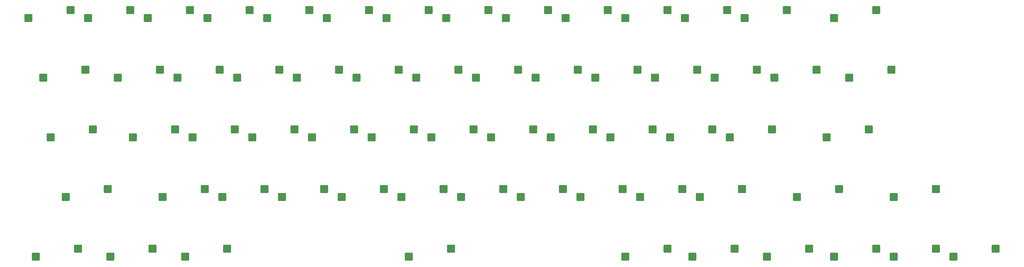
<source format=gbr>
%TF.GenerationSoftware,KiCad,Pcbnew,7.0.8*%
%TF.CreationDate,2024-02-03T23:59:39+07:00*%
%TF.ProjectId,pcb,7063622e-6b69-4636-9164-5f7063625858,rev?*%
%TF.SameCoordinates,Original*%
%TF.FileFunction,Paste,Bot*%
%TF.FilePolarity,Positive*%
%FSLAX46Y46*%
G04 Gerber Fmt 4.6, Leading zero omitted, Abs format (unit mm)*
G04 Created by KiCad (PCBNEW 7.0.8) date 2024-02-03 23:59:39*
%MOMM*%
%LPD*%
G01*
G04 APERTURE LIST*
G04 Aperture macros list*
%AMRoundRect*
0 Rectangle with rounded corners*
0 $1 Rounding radius*
0 $2 $3 $4 $5 $6 $7 $8 $9 X,Y pos of 4 corners*
0 Add a 4 corners polygon primitive as box body*
4,1,4,$2,$3,$4,$5,$6,$7,$8,$9,$2,$3,0*
0 Add four circle primitives for the rounded corners*
1,1,$1+$1,$2,$3*
1,1,$1+$1,$4,$5*
1,1,$1+$1,$6,$7*
1,1,$1+$1,$8,$9*
0 Add four rect primitives between the rounded corners*
20,1,$1+$1,$2,$3,$4,$5,0*
20,1,$1+$1,$4,$5,$6,$7,0*
20,1,$1+$1,$6,$7,$8,$9,0*
20,1,$1+$1,$8,$9,$2,$3,0*%
G04 Aperture macros list end*
%ADD10RoundRect,0.250000X-1.025000X-1.000000X1.025000X-1.000000X1.025000X1.000000X-1.025000X1.000000X0*%
G04 APERTURE END LIST*
D10*
%TO.C,MX39*%
X278350000Y-148330000D03*
X264900000Y-150870000D03*
%TD*%
%TO.C,MX56*%
X99756250Y-186430000D03*
X86306250Y-188970000D03*
%TD*%
%TO.C,MX46*%
X173575000Y-167380000D03*
X160125000Y-169920000D03*
%TD*%
%TO.C,MX24*%
X254537500Y-129280000D03*
X241087500Y-131820000D03*
%TD*%
%TO.C,MX17*%
X121187500Y-129280000D03*
X107737500Y-131820000D03*
%TD*%
%TO.C,MX11*%
X264062500Y-110230000D03*
X250612500Y-112770000D03*
%TD*%
%TO.C,MX12*%
X283112500Y-110230000D03*
X269662500Y-112770000D03*
%TD*%
%TO.C,MX64*%
X368837500Y-186430000D03*
X355387500Y-188970000D03*
%TD*%
%TO.C,MX15*%
X78325000Y-129280000D03*
X64875000Y-131820000D03*
%TD*%
%TO.C,MX45*%
X154525000Y-167380000D03*
X141075000Y-169920000D03*
%TD*%
%TO.C,MX26*%
X292637500Y-129280000D03*
X279187500Y-131820000D03*
%TD*%
%TO.C,MX14*%
X330737500Y-110230000D03*
X317287500Y-112770000D03*
%TD*%
%TO.C,MX29*%
X80706250Y-148330000D03*
X67256250Y-150870000D03*
%TD*%
%TO.C,MX34*%
X183100000Y-148330000D03*
X169650000Y-150870000D03*
%TD*%
%TO.C,MX49*%
X230725000Y-167380000D03*
X217275000Y-169920000D03*
%TD*%
%TO.C,MX28*%
X335500000Y-129280000D03*
X322050000Y-131820000D03*
%TD*%
%TO.C,MX23*%
X235487500Y-129280000D03*
X222037500Y-131820000D03*
%TD*%
%TO.C,MX37*%
X240250000Y-148330000D03*
X226800000Y-150870000D03*
%TD*%
%TO.C,MX16*%
X102137500Y-129280000D03*
X88687500Y-131820000D03*
%TD*%
%TO.C,MX42*%
X85468750Y-167380000D03*
X72018750Y-169920000D03*
%TD*%
%TO.C,MX5*%
X149762500Y-110230000D03*
X136312500Y-112770000D03*
%TD*%
%TO.C,MX60*%
X285493750Y-186430000D03*
X272043750Y-188970000D03*
%TD*%
%TO.C,MX13*%
X302162500Y-110230000D03*
X288712500Y-112770000D03*
%TD*%
%TO.C,MX21*%
X197387500Y-129280000D03*
X183937500Y-131820000D03*
%TD*%
%TO.C,MX22*%
X216437500Y-129280000D03*
X202987500Y-131820000D03*
%TD*%
%TO.C,MX38*%
X259300000Y-148330000D03*
X245850000Y-150870000D03*
%TD*%
%TO.C,MX63*%
X349787500Y-186430000D03*
X336337500Y-188970000D03*
%TD*%
%TO.C,MX27*%
X311687500Y-129280000D03*
X298237500Y-131820000D03*
%TD*%
%TO.C,MX57*%
X123568750Y-186430000D03*
X110118750Y-188970000D03*
%TD*%
%TO.C,MX3*%
X111662500Y-110230000D03*
X98212500Y-112770000D03*
%TD*%
%TO.C,MX18*%
X140237500Y-129280000D03*
X126787500Y-131820000D03*
%TD*%
%TO.C,MX6*%
X168812500Y-110230000D03*
X155362500Y-112770000D03*
%TD*%
%TO.C,MX44*%
X135475000Y-167380000D03*
X122025000Y-169920000D03*
%TD*%
%TO.C,MX10*%
X245012500Y-110230000D03*
X231562500Y-112770000D03*
%TD*%
%TO.C,MX40*%
X297400000Y-148330000D03*
X283950000Y-150870000D03*
%TD*%
%TO.C,MX41*%
X328356250Y-148330000D03*
X314906250Y-150870000D03*
%TD*%
%TO.C,MX54*%
X349787500Y-167380000D03*
X336337500Y-169920000D03*
%TD*%
%TO.C,MX2*%
X92612500Y-110230000D03*
X79162500Y-112770000D03*
%TD*%
%TO.C,MX7*%
X187862500Y-110230000D03*
X174412500Y-112770000D03*
%TD*%
%TO.C,MX9*%
X225962500Y-110230000D03*
X212512500Y-112770000D03*
%TD*%
%TO.C,MX35*%
X202150000Y-148330000D03*
X188700000Y-150870000D03*
%TD*%
%TO.C,MX31*%
X125950000Y-148330000D03*
X112500000Y-150870000D03*
%TD*%
%TO.C,MX58*%
X195006250Y-186430000D03*
X181556250Y-188970000D03*
%TD*%
%TO.C,MX53*%
X318831250Y-167380000D03*
X305381250Y-169920000D03*
%TD*%
%TO.C,MX20*%
X178337500Y-129280000D03*
X164887500Y-131820000D03*
%TD*%
%TO.C,MX32*%
X145000000Y-148330000D03*
X131550000Y-150870000D03*
%TD*%
%TO.C,MX19*%
X159287500Y-129280000D03*
X145837500Y-131820000D03*
%TD*%
%TO.C,MX50*%
X249775000Y-167380000D03*
X236325000Y-169920000D03*
%TD*%
%TO.C,MX1*%
X73562500Y-110230000D03*
X60112500Y-112770000D03*
%TD*%
%TO.C,MX55*%
X75943750Y-186430000D03*
X62493750Y-188970000D03*
%TD*%
%TO.C,MX62*%
X330737500Y-186430000D03*
X317287500Y-188970000D03*
%TD*%
%TO.C,MX25*%
X273587500Y-129280000D03*
X260137500Y-131820000D03*
%TD*%
%TO.C,MX51*%
X268825000Y-167380000D03*
X255375000Y-169920000D03*
%TD*%
%TO.C,MX8*%
X206912500Y-110230000D03*
X193462500Y-112770000D03*
%TD*%
%TO.C,MX52*%
X287875000Y-167380000D03*
X274425000Y-169920000D03*
%TD*%
%TO.C,MX33*%
X164050000Y-148330000D03*
X150600000Y-150870000D03*
%TD*%
%TO.C,MX47*%
X192625000Y-167380000D03*
X179175000Y-169920000D03*
%TD*%
%TO.C,MX43*%
X116425000Y-167380000D03*
X102975000Y-169920000D03*
%TD*%
%TO.C,MX59*%
X264062500Y-186430000D03*
X250612500Y-188970000D03*
%TD*%
%TO.C,MX48*%
X211675000Y-167380000D03*
X198225000Y-169920000D03*
%TD*%
%TO.C,MX36*%
X221200000Y-148330000D03*
X207750000Y-150870000D03*
%TD*%
%TO.C,MX4*%
X130712500Y-110230000D03*
X117262500Y-112770000D03*
%TD*%
%TO.C,MX30*%
X106900000Y-148330000D03*
X93450000Y-150870000D03*
%TD*%
%TO.C,MX61*%
X309306250Y-186430000D03*
X295856250Y-188970000D03*
%TD*%
M02*

</source>
